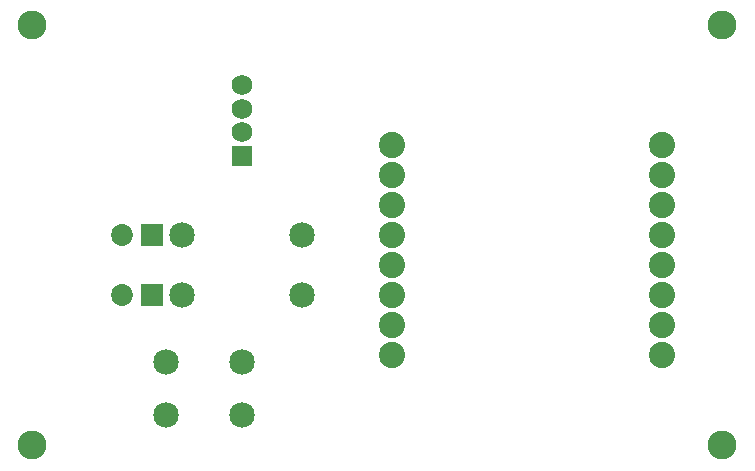
<source format=gbs>
G04 MADE WITH FRITZING*
G04 WWW.FRITZING.ORG*
G04 DOUBLE SIDED*
G04 HOLES PLATED*
G04 CONTOUR ON CENTER OF CONTOUR VECTOR*
%ASAXBY*%
%FSLAX23Y23*%
%MOIN*%
%OFA0B0*%
%SFA1.0B1.0*%
%ADD10C,0.085000*%
%ADD11C,0.087778*%
%ADD12C,0.069200*%
%ADD13C,0.096614*%
%ADD14C,0.072992*%
%ADD15R,0.069200X0.069200*%
%ADD16R,0.072992X0.072992*%
%LNMASK0*%
G90*
G70*
G54D10*
X581Y783D03*
X981Y783D03*
X581Y583D03*
X981Y583D03*
G54D11*
X2181Y1083D03*
X2181Y983D03*
X2181Y883D03*
X2181Y783D03*
X2181Y683D03*
X2181Y583D03*
X2181Y483D03*
X2181Y383D03*
X1281Y383D03*
X1281Y483D03*
X1281Y583D03*
X1281Y683D03*
X1281Y783D03*
X1281Y883D03*
X1281Y983D03*
X1281Y1083D03*
X2181Y1083D03*
X2181Y983D03*
X2181Y883D03*
X2181Y783D03*
X2181Y683D03*
X2181Y583D03*
X2181Y483D03*
X2181Y383D03*
X1281Y383D03*
X1281Y483D03*
X1281Y583D03*
X1281Y683D03*
X1281Y783D03*
X1281Y883D03*
X1281Y983D03*
X1281Y1083D03*
G54D10*
X781Y183D03*
X525Y183D03*
X781Y360D03*
X525Y360D03*
G54D12*
X781Y1047D03*
X781Y1283D03*
X781Y1205D03*
X781Y1126D03*
G54D13*
X2381Y83D03*
X81Y1483D03*
X81Y83D03*
X2381Y1483D03*
G54D14*
X479Y783D03*
X381Y783D03*
X479Y583D03*
X381Y583D03*
G54D15*
X781Y1047D03*
G54D16*
X479Y783D03*
X479Y583D03*
G04 End of Mask0*
M02*
</source>
